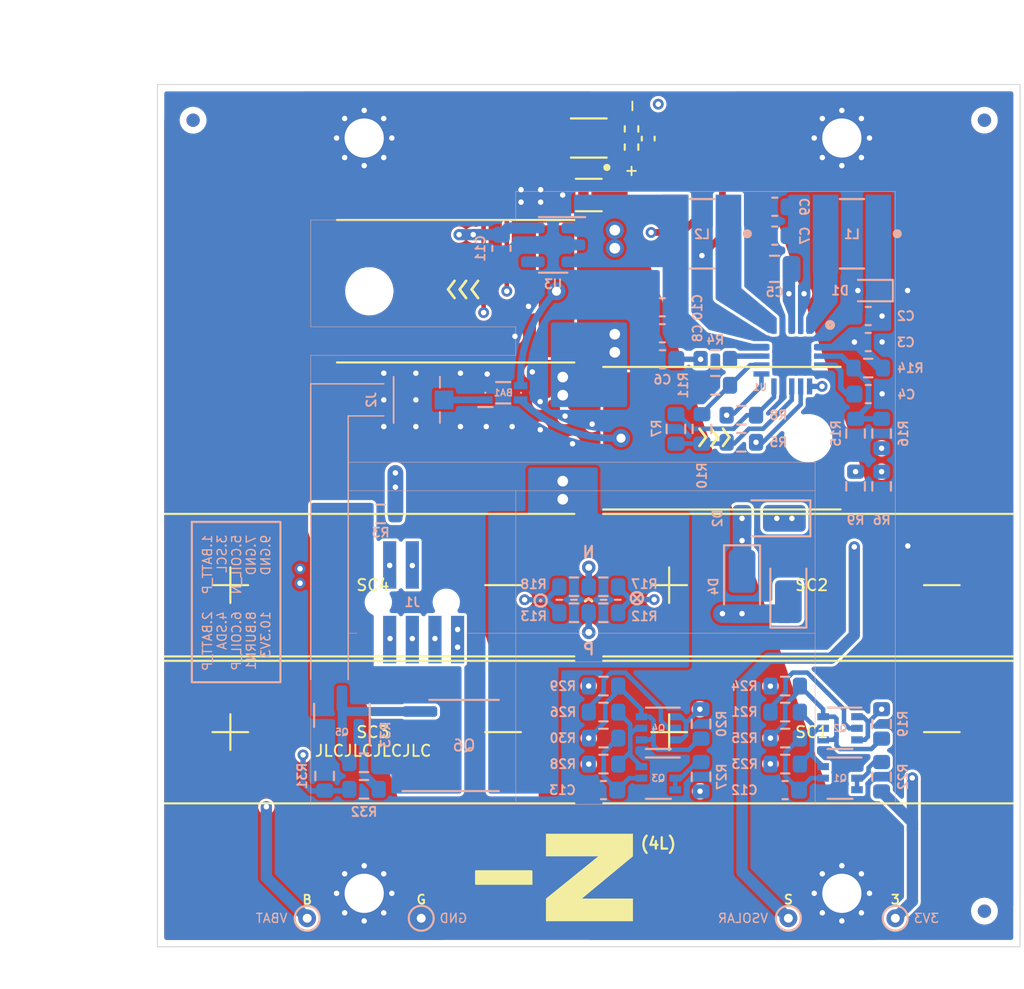
<source format=kicad_pcb>
(kicad_pcb (version 20221018) (generator pcbnew)
  (layers (0 "F.Cu" signal "Top") (1 "In1.Cu" signal) (2 "In2.Cu" signal) (31 "B.Cu" signal "Bottom") (34 "B.Paste" user) (35 "F.Paste" user) (36 "B.SilkS" user "B.Silkscreen") (37 "F.SilkS" user "F.Silkscreen") (38 "B.Mask" user) (39 "F.Mask" user) (44 "Edge.Cuts" user))
  (net 0 "")
  (net 1 "GND")
  (net 2 "+3V3")
  (net 3 "Net-(U1-VREF_SAMP)")
  (net 4 "Net-(U1-VSTOR)")
  (net 5 "VOUT_EN")
  (net 6 "VSOLAR")
  (net 7 "VBAT_OK")
  (net 8 "BATT_P")
  (net 9 "COIL_N")
  (net 10 "COIL_P")
  (net 11 "Net-(D3-K)")
  (net 12 "Net-(J2-ANT)")
  (net 13 "Net-(JP1-Pad2)")
  (net 14 "Net-(U1-LBOOST)")
  (net 15 "Net-(U1-LBUCK)")
  (net 16 "Net-(Q5-G)")
  (net 17 "Net-(Q5-D)")
  (net 18 "/coil")
  (net 19 "/VSOLAR_FULL")
  (net 20 "BURN1")
  (net 21 "Net-(U1-VBAT_OV)")
  (net 22 "Net-(U1-OK_HYST)")
  (net 23 "SDA")
  (net 24 "SCL")
  (net 25 "Net-(U1-OK_PROG)")
  (net 26 "Net-(U1-VOUT_SET)")
  (net 27 "Net-(U1-VOC_SAMP)")
  (net 28 "SCL_LS")
  (net 29 "Net-(Q1B-G1)")
  (net 30 "Net-(Q3B-G1)")
  (net 31 "Net-(Q1A-G2)")
  (net 32 "SDA_LS")
  (net 33 "Net-(Q1A-D1)")
  (net 34 "Net-(Q2A-B1)")
  (net 35 "VBAT")
  (net 36 "Net-(BA1-Pad3)")
  (net 37 "Net-(BA1-Pad4)")
  (net 38 "Net-(Q3A-G2)")
  (net 39 "/VBURN")
  (net 40 "Net-(Q3A-D1)")
  (net 41 "Net-(Q4A-B1)")
  (net 42 "Net-(U1-VRDIV)")
  (net 43 "Net-(U1-VOUT)")
  (net 44 "Net-(U2-ADDR)")
  (net 47 "Net-(JP2-Pad2)")
  (footprint "solarpanels:KXOB25-05X3F" (layer "F.Cu") (at 83.89 78.65)
    (fp_text reference "SC3")
    (fp_text value "SolarCell_Small")
  )
  (footprint "solarpanels:KXOB25-05X3F" (layer "F.Cu") (at 108.51 70.4)
    (fp_text reference "SC2")
    (fp_text value "SolarCell_Small")
  )
  (footprint "Capacitor_SMD:C_0402_1005Metric" (layer "F.Cu") (at 110.035797 45.33 -90)
    (fp_text reference "C1" hide)
    (fp_text value "0.1uF")
  )
  (footprint "Resistor_SMD:R_0402_1005Metric" (layer "F.Cu") (at 109.1 45.81 -90)
    (fp_text reference "R1" hide)
    (fp_text value "0R")
  )
  (footprint "Resistor_SMD:R_0402_1005Metric" (layer "F.Cu") (at 109.1 44.79 -90)
    (fp_text reference "R2" hide)
    (fp_text value "0R")
  )
  (footprint "solarpanels:MountingHole_2.2mm_M2_DIN965_Pad_TopBottom" (layer "F.Cu") (at 94.1 45.3)
    (fp_text reference "H2" hide)
    (fp_text value "MountingHole")
  )
  (footprint "solarpanels:KXOB25-05X3F" (layer "F.Cu") (at 108.51 78.65)
    (fp_text reference "SC1")
    (fp_text value "SolarCell_Small")
  )
  (footprint "custom-footprints:ypanel" (layer "F.Cu") (at 106.08 86.5632)
    (fp_text reference "Ref**" hide)
    (fp_text value "Val**" hide)
  )
  (footprint "solarpanels:KXOB25-05X3F" (layer "F.Cu") (at 83.89 70.4)
    (fp_text reference "SC4")
    (fp_text value "SolarCell_Small")
  )
  (footprint "Resistor_SMD:R_1206_3216Metric" (layer "F.Cu") (at 106.7 48.5 180)
    (fp_text reference "R34" hide)
    (fp_text value "1R")
  )
  (footprint "solarpanels:Burn-Wire" (layer "F.Cu") (at 105.24 62.15 180)
    (fp_text reference "JP1" hide)
    (fp_text value "BurnWire")
  )
  (footprint "solarpanels:MountingHole_2.2mm_M2_DIN965_Pad_TopBottom" (layer "F.Cu") (at 120.900012 87.700002)
    (fp_text reference "H4" hide)
    (fp_text value "MountingHole")
  )
  (footprint "solarpanels:Burn-Wire" (layer "F.Cu") (at 108.16 53.9 180)
    (fp_text reference "JP2" hide)
    (fp_text value "BurnWire")
  )
  (footprint "solarpanels:MountingHole_2.2mm_M2_DIN965_Pad_TopBottom" (layer "F.Cu") (at 94.09999 87.700002)
    (fp_text reference "H3" hide)
    (fp_text value "MountingHole")
  )
  (footprint "Fiducial:Fiducial_0.75mm_Mask1.5mm" (layer "F.Cu") (at 128.9 88.7)
    (fp_text reference "REF**" hide)
    (fp_text value "Fiducial_0.75mm_Mask1.5mm")
  )
  (footprint "solarpanels:Antenna Mount" (layer "F.Cu") (at 104.89 53.9 180)
    (fp_text reference "H6" hide)
    (fp_text value "MountingHole_Pad")
  )
  (footprint "Fiducial:Fiducial_0.75mm_Mask1.5mm" (layer "F.Cu") (at 128.9 44.3)
    (fp_text reference "REF**" hide)
    (fp_text value "Fiducial_0.75mm_Mask1.5mm")
  )
  (footprint "Fiducial:Fiducial_0.75mm_Mask1.5mm" (layer "F.Cu") (at 84.5 44.3)
    (fp_text reference "REF**" hide)
    (fp_text value "Fiducial_0.75mm_Mask1.5mm")
  )
  (footprint "solarpanels:Antenna Mount" (layer "F.Cu") (at 108.51 62.15)
    (fp_text reference "H5" hide)
    (fp_text value "MountingHole_Pad")
  )
  (footprint "solarpanels:OPT3001" (layer "F.Cu") (at 106.7 45.3 180)
    (fp_text reference "U2" hide)
    (fp_text value "OPT3001")
  )
  (footprint "solarpanels:MountingHole_2.2mm_M2_DIN965_Pad_TopBottom" (layer "F.Cu") (at 120.900012 45.300011)
    (fp_text reference "H1" hide)
    (fp_text value "MountingHole")
  )
  (footprint "Capacitor_SMD:C_0805_2012Metric" (layer "B.Cu") (at 117.125195 52.6436 180)
    (fp_text reference "C5")
    (fp_text value "100uF")
  )
  (footprint "Capacitor_SMD:C_0603_1608Metric" (layer "B.Cu") (at 117.135195 49.16 180)
    (fp_text reference "C9")
    (fp_text value "0.1uF")
  )
  (footprint "Capacitor_SMD:C_0603_1608Metric" (layer "B.Cu") (at 110.83 56.26 180)
    (fp_text reference "C8")
    (fp_text value "22uF")
  )
  (footprint "Capacitor_SMD:C_0603_1608Metric" (layer "B.Cu") (at 110.835 57.72 180)
    (fp_text reference "C6")
    (fp_text value "1uF")
  )
  (footprint "Capacitor_SMD:C_0603_1608Metric" (layer "B.Cu") (at 122.380195 59.6736)
    (fp_text reference "C4")
    (fp_text value "10nF")
  )
  (footprint "solarpanels:LPS4018" (layer "B.Cu") (at 113.057284 50.676056 180)
    (fp_text reference "L2")
    (fp_text value "10uH-LPS4018-103MR")
  )
  (footprint "Resistor_SMD:R_0603_1608Metric" (layer "B.Cu") (at 121.67 61.89 90)
    (fp_text reference "R15")
    (fp_text value "DNI (0R)")
  )
  (footprint "Resistor_SMD:R_0603_1608Metric" (layer "B.Cu") (at 121.67 64.855 90)
    (fp_text reference "R9")
    (fp_text value "4.53M")
  )
  (footprint "Resistor_SMD:R_0603_1608Metric" (layer "B.Cu") (at 113.8 59.18)
    (fp_text reference "R11")
    (fp_text value "4.75M")
  )
  (footprint "Resistor_SMD:R_0603_1608Metric" (layer "B.Cu") (at 111.59 61.63 -90)
    (fp_text reference "R7")
    (fp_text value "374K")
  )
  (footprint "Resistor_SMD:R_0603_1608Metric" (layer "B.Cu") (at 113.8 57.72 180)
    (fp_text reference "R4")
    (fp_text value "0R")
  )
  (footprint "Resistor_SMD:R_0603_1608Metric" (layer "B.Cu") (at 115.26 60.86)
    (fp_text reference "R8")
    (fp_text value "8.25M")
  )
  (footprint "Resistor_SMD:R_0603_1608Metric" (layer "B.Cu") (at 122.380195 58.2136)
    (fp_text reference "R14")
    (fp_text value "DNI (0R)")
  )
  (footprint "Resistor_SMD:R_0603_1608Metric" (layer "B.Cu") (at 113.05 61.63 -90)
    (fp_text reference "R10")
    (fp_text value "8.25M")
  )
  (footprint "solarpanels:QFN50P350X350X100-21N-D" (layer "B.Cu") (at 118.090195 57.5436 180)
    (fp_text reference "U1")
    (fp_text value "BQ25570RGRR" hide)
  )
  (footprint "solarpanels:LPS4018" (layer "B.Cu") (at 121.467284 50.676056 180)
    (fp_text reference "L1")
    (fp_text value "22uH-LPS4018-223MR")
  )
  (footprint "Resistor_SMD:R_0603_1608Metric" (layer "B.Cu") (at 123.13 61.89 90)
    (fp_text reference "R16")
    (fp_text value "0R")
  )
  (footprint "Resistor_SMD:R_0603_1608Metric" (layer "B.Cu") (at 115.26 62.38 180)
    (fp_text reference "R5")
    (fp_text value "7.32M")
  )
  (footprint "Capacitor_SMD:C_0603_1608Metric" (layer "B.Cu") (at 117.135195 50.78 180)
    (fp_text reference "C7")
    (fp_text value "4.7uF")
  )
  (footprint "Resistor_SMD:R_0603_1608Metric" (layer "B.Cu") (at 123.13 64.855 90)
    (fp_text reference "R6")
    (fp_text value "5.62M")
  )
  (footprint "Capacitor_SMD:C_0603_1608Metric" (layer "B.Cu") (at 122.380195 55.2936 180)
    (fp_text reference "C2")
    (fp_text value "0.1uF")
  )
  (footprint "Capacitor_SMD:C_0603_1608Metric" (layer "B.Cu") (at 122.380195 56.7536)
    (fp_text reference "C3")
    (fp_text value "4.7uF")
  )
  (footprint "TestPoint:TestPoint_THTPad_D1.0mm_Drill0.5mm" (layer "B.Cu") (at 97.3 89.1)
    (fp_text reference "TP2" hide)
    (fp_text value "TP")
  )
  (footprint "TestPoint:TestPoint_THTPad_D1.0mm_Drill0.5mm" (layer "B.Cu") (at 123.9 89.1)
    (fp_text reference "TP3" hide)
    (fp_text value "TP")
  )
  (footprint "TestPoint:TestPoint_THTPad_D1.0mm_Drill0.5mm" (layer "B.Cu") (at 90.9 89.1)
    (fp_text reference "TP4" hide)
    (fp_text value "TP")
  )
  (footprint "TestPoint:TestPoint_THTPad_D1.0mm_Drill0.5mm" (layer "B.Cu") (at 117.9 89.1)
    (fp_text reference "TP1" hide)
    (fp_text value "TP")
  )
  (footprint "Resistor_SMD:R_0603_1608Metric" (layer "B.Cu") (at 105.87 70.49)
    (fp_text reference "R18")
    (fp_text value "0R")
  )
  (footprint "Resistor_SMD:R_0603_1608Metric" (layer "B.Cu") (at 107.52 70.49)
    (fp_text reference "R17")
    (fp_text value "0R")
  )
  (footprint "Resistor_SMD:R_0603_1608Metric" (layer "B.Cu") (at 107.52 71.95)
    (fp_text reference "R12")
    (fp_text value "0R")
  )
  (footprint "Resistor_SMD:R_0603_1608Metric" (layer "B.Cu") (at 105.87 71.95)
    (fp_text reference "R13")
    (fp_text value "0R")
  )
  (footprint "Diode_SMD:D_SOD-523" (layer "B.Cu") (at 122.5 53.8636 180)
    (fp_text reference "D1")
    (fp_text value "SZMM5Z5V1T1G")
  )
  (footprint "Resistor_SMD:R_0603_1608Metric" (layer "B.Cu") (at 123.13 81.155 90)
    (fp_text reference "R22")
    (fp_text value "100K")
  )
  (footprint "Resistor_SMD:R_0603_1608Metric" (layer "B.Cu") (at 107.525 77.525)
    (fp_text reference "R26")
    (fp_text value "680R")
  )
  (footprint "Capacitor_SMD:C_0603_1608Metric" (layer "B.Cu") (at 101.8 51.5 -90)
    (fp_text reference "C11")
    (fp_text value "0.1uF")
  )
  (footprint "Fiducial:Fiducial_0.75mm_Mask1.5mm" (layer "B.Cu") (at 128.9 44.3 180)
    (fp_text reference "REF**" hide)
    (fp_text value "Fiducial_0.75mm_Mask1.5mm")
  )
  (footprint "Resistor_SMD:R_0603_1608Metric" (layer "B.Cu") (at 117.72 77.525)
    (fp_text reference "R21")
    (fp_text value "680R")
  )
  (footprint "Resistor_SMD:R_0603_1608Metric" (layer "B.Cu") (at 113 78.19 90)
    (fp_text reference "R20")
    (fp_text value "DNI (0R)")
  )
  (footprint "Capacitor_SMD:C_0603_1608Metric" (layer "B.Cu") (at 117.72 81.905 180)
    (fp_text reference "C12")
    (fp_text value "10nF")
  )
  (footprint "solarpanels:ATB2012" (layer "B.Cu") (at 101.9 59.6)
    (fp_text reference "BA1")
    (fp_text value "ATB2012-50011-T000")
  )
  (footprint "Resistor_SMD:R_0603_1608Metric" (layer "B.Cu") (at 113 81.155 90)
    (fp_text reference "R27")
    (fp_text value "100K")
  )
  (footprint "Resistor_SMD:R_0603_1608Metric" (layer "B.Cu") (at 91.88 81.11 90)
    (fp_text reference "R31")
    (fp_text value "10K")
  )
  (footprint "Resistor_SMD:R_0603_1608Metric" (layer "B.Cu") (at 123.13 78.19 90)
    (fp_text reference "R19")
    (fp_text value "DNI (0R)")
  )
  (footprint "Resistor_SMD:R_0603_1608Metric" (layer "B.Cu") (at 94.09 80.37)
    (fp_text reference "R33")
    (fp_text value "100K")
  )
  (footprint "Resistor_SMD:R_0603_1608Metric" (layer "B.Cu") (at 94.09 81.86 180)
    (fp_text reference "R32")
    (fp_text value "4.7K")
  )
  (footprint "Diode_SMD:D_PowerDI-123" (layer "B.Cu") (at 116.825 66.65 180)
    (fp_text reference "D2")
    (fp_text value "DFLS130L-7")
  )
  (footprint "Resistor_SMD:R_0603_1608Metric" (layer "B.Cu") (at 117.72 80.445)
    (fp_text reference "R23")
    (fp_text value "10K")
  )
  (footprint "Fiducial:Fiducial_0.75mm_Mask1.5mm" (layer "B.Cu") (at 128.9 88.7 180)
    (fp_text reference "REF**" hide)
    (fp_text value "Fiducial_0.75mm_Mask1.5mm")
  )
  (footprint "Fiducial:Fiducial_0.75mm_Mask1.5mm" (layer "B.Cu") (at 84.5 44.3 180)
    (fp_text reference "REF**" hide)
    (fp_text value "Fiducial_0.75mm_Mask1.5mm")
  )
  (footprint "Resistor_SMD:R_0603_1608Metric" (layer "B.Cu") (at 107.525 78.985)
    (fp_text reference "R30")
    (fp_text value "200K")
  )
  (footprint "Resistor_SMD:R_0603_1608Metric" (layer "B.Cu") (at 117.72 76.065)
    (fp_text reference "R24")
    (fp_text value "10K")
  )
  (footprint "Package_TO_SOT_SMD:SOT-363_SC-70-6" (layer "B.Cu") (at 110.605 81.235 180)
    (fp_text reference "Q3")
    (fp_text value "NX3008NBKS")
  )
  (footprint "custom-footprints:pycubed_mini_half" (layer "B.Cu") (at 106.8 44.6 180)
    (fp_text reference "Ref**" hide)
    (fp_text value "Val**" hide)
  )
  (footprint "Resistor_SMD:R_0603_1608Metric" (layer "B.Cu") (at 95.025 66.4)
    (fp_text reference "R3")
    (fp_text value "0R")
  )
  (footprint "Package_TO_SOT_SMD:SOT-23" (layer "B.Cu") (at 92.85 77.71 90)
    (fp_text reference "Q5")
    (fp_text value "IRLML2803")
  )
  (footprint "Resistor_SMD:R_0603_1608Metric" (layer "B.Cu") (at 117.72 78.985)
    (fp_text reference "R25")
    (fp_text value "200K")
  )
  (footprint "mainboard:U.FL-R-SMT-1" (layer "B.Cu") (at 97.05 60 -90)
    (fp_text reference "J2")
    (fp_text value "U.FL-R-SMT-1")
  )
  (footprint "Package_TO_SOT_SMD:SOT-363_SC-70-6" (layer "B.Cu") (at 120.8 78.435 180)
    (fp_text reference "Q2")
    (fp_text value "MBT2222ADW1T1")
  )
  (footprint "Resistor_SMD:R_0603_1608Metric" (layer "B.Cu") (at 107.525 76.065)
    (fp_text reference "R29")
    (fp_text value "10K")
  )
  (footprint "Package_TO_SOT_SMD:SOT-363_SC-70-6" (layer "B.Cu") (at 120.8 81.235 180)
    (fp_text reference "Q1")
    (fp_text value "NX3008NBKS")
  )
  (footprint "Package_TO_SOT_SMD:SOT-23-5" (layer "B.Cu") (at 104.7 51.3 180)
    (fp_text reference "U3")
    (fp_text value "MAX40200AUK")
  )
  (footprint "Package_SO:SOIC-8_3.9x4.9mm_P1.27mm" (layer "B.Cu") (at 99.7 79.4)
    (fp_text reference "Q6")
    (fp_text value "IRF7404")
  )
  (footprint "Package_TO_SOT_SMD:SOT-363_SC-70-6" (layer "B.Cu") (at 110.605 78.435 180)
    (fp_text reference "Q4")
    (fp_text value "MBT2222ADW1T1")
  )
  (footprint "Capacitor_SMD:C_0603_1608Metric" (layer "B.Cu") (at 107.525 81.905 180)
    (fp_text reference "C13")
    (fp_text value "10nF")
  )
  (footprint "Resistor_SMD:R_0603_1608Metric" (layer "B.Cu") (at 107.525 80.445)
    (fp_text reference "R28")
    (fp_text value "10K")
  )
  (footprint "Capacitor_SMD:C_0603_1608Metric" (layer "B.Cu") (at 110.83096 54.8 180)
    (fp_text reference "C10")
    (fp_text value "0.1uF")
  )
  (footprint "Diode_SMD:D_PowerDI-123" (layer "B.Cu") (at 115.3 70.475 -90)
    (fp_text reference "D4")
    (fp_text value "DFLS130L-7")
  )
  (footprint "solarpanels:SAMTEC-FTS-105-01-X-DV-A" (layer "B.Cu") (at 96.8 71.36 180)
    (fp_text reference "J1")
    (fp_text value "FTS-105-01-X-DV-A")
  )
  (footprint "Diode_SMD:D_PowerDI-123" (layer "B.Cu") (at 117.9 70.475 90)
    (fp_text reference "D3" hide)
    (fp_text value "DFLS130L-7")
  )
  (gr_line (start 106.02875 71.22) (end 105.71125 71.22) (stroke (width 0.12)) (layer "B.SilkS"))
  (gr_line (start 106.53125 71.2) (end 106.84875 71.2) (stroke (width 0.12)) (layer "B.SilkS"))
  (gr_line (start 107.37125 71.22) (end 107.68875 71.22) (stroke (width 0.12)) (layer "B.SilkS"))
  (gr_line (start 104.89125 71.22) (end 105.20875 71.22) (stroke (width 0.12)) (layer "B.SilkS"))
  (gr_line (start 108.48875 71.22) (end 108.17125 71.22) (stroke (width 0.12)) (layer "B.SilkS"))
  (gr_line (start 93.2 65.05) (end 93.2 60.9) (stroke (width 0.0762)) (layer "B.SilkS"))
  (gr_line (start 91.1 82.7) (end 91.1 65.1) (stroke (width 0.0254)) (layer "B.SilkS"))
  (gr_line (start 93.7 74.7) (end 93.2 74.7) (stroke (width 0.0254)) (layer "B.SilkS"))
  (gr_line (start 99.9 73.1) (end 119.4 73.1) (stroke (width 0.0254)) (layer "B.SilkS"))
  (gr_line (start 91.1 71.99) (end 91.1 75.7) (stroke (width 0.0762)) (layer "B.SilkS"))
  (gr_line (start 102.6 55.9) (end 91.1 55.9) (stroke (width 0.0254)) (layer "B.SilkS"))
  (gr_line (start 91.1 59.1) (end 95.2 59.1) (stroke (width 0.0762)) (layer "B.SilkS"))
  (gr_line (start 101.1 63.5) (end 119.4 63.5) (stroke (width 0.0254)) (layer "B.SilkS"))
  (gr_line (start 99.9 74.7) (end 119.4 74.7) (stroke (width 0.0254)) (layer "B.SilkS"))
  (gr_rect (start 84.43 66.85) (end 89.4 75.85) (stroke (width 0.12)) (fill none) (layer "B.SilkS"))
  (gr_line (start 93.2 60.9) (end 95.2 60.9) (stroke (width 0.0762)) (layer "B.SilkS"))
  (gr_line (start 91.1 57.5) (end 102.6 57.5) (stroke (width 0.0254)) (layer "B.SilkS"))
  (gr_line (start 119.4 63.5) (end 119.4 82.7) (stroke (width 0.0254)) (layer "B.SilkS"))
  (gr_line (start 101.1 63.5) (end 93.2 63.5) (stroke (width 0.0254)) (layer "B.SilkS"))
  (gr_line (start 93.7 73.1) (end 93.2 73.1) (stroke (width 0.0254)) (layer "B.SilkS"))
  (gr_line (start 123.9 48.3) (end 123.9 82.7) (stroke (width 0.0254)) (layer "B.SilkS"))
  (gr_line (start 93.2 65.05) (end 93.2 71.94) (stroke (width 0.0762)) (layer "B.SilkS"))
  (gr_line (start 102.6 48.3) (end 123.9 48.3) (stroke (width 0.0254)) (layer "B.SilkS"))
  (gr_line (start 91.1 65.1) (end 91.1 59.1) (stroke (width 0.0762)) (layer "B.SilkS"))
  (gr_line (start 123.9 82.7) (end 91.1 82.7) (stroke (width 0.0254)) (layer "B.SilkS"))
  (gr_line (start 91.1 55.9) (end 91.1 49.9) (stroke (width 0.0254)) (layer "B.SilkS"))
  (gr_line (start 91.1 49.9) (end 102.6 49.9) (stroke (width 0.0254)) (layer "B.SilkS"))
  (gr_line (start 102.6 55.9) (end 102.6 57.5) (stroke (width 0.0254)) (layer "B.SilkS"))
  (gr_line (start 91.1 63.5) (end 91.1 57.5) (stroke (width 0.0254)) (layer "B.SilkS"))
  (gr_line (start 102.6 49.9) (end 102.6 48.3) (stroke (width 0.0254)) (layer "B.SilkS"))
  (gr_line (start 93.2 71.95) (end 93.2 75.7) (stroke (width 0.0762)) (layer "B.SilkS"))
  (gr_line (start 102.61 82.7) (end 102.61 65.1) (stroke (width 0.0254)) (layer "B.SilkS"))
  (gr_line (start 93.2 65.1) (end 119.4 65.1) (stroke (width 0.0254)) (layer "B.SilkS"))
  (gr_line (start 91.1 65.1) (end 91.1 71.99) (stroke (width 0.0762)) (layer "B.SilkS"))
  (gr_line (start 82.5 90.7) (end 82.5 42.3) (stroke (width 0.05)) (layer "Edge.Cuts"))
  (gr_line (start 82.5 42.3) (end 130.9 42.3) (stroke (width 0.05)) (layer "Edge.Cuts"))
  (gr_line (start 82.5 90.7) (end 130.9 90.7) (stroke (width 0.05)) (layer "Edge.Cuts"))
  (gr_line (start 130.9 42.3) (end 130.9 90.7) (stroke (width 0.05)) (layer "Edge.Cuts"))
  (gr_text "GND" (at 99.93 89.1) (layer "B.SilkS") (effects (font (size 0.508 0.508) (thickness 0.0762)) (justify left mirror)))
  (gr_text "VSOLAR" (at 116.81 89.1) (layer "B.SilkS") (effects (font (size 0.508 0.508) (thickness 0.0762)) (justify left mirror)))
  (gr_text "VBAT" (at 89.84 89.1) (layer "B.SilkS") (effects (font (size 0.508 0.508) (thickness 0.0762)) (justify left mirror)))
  (gr_text "3V3" (at 126.4 89.1) (layer "B.SilkS") (effects (font (size 0.508 0.508) (thickness 0.0762)) (justify left mirror)))
  (gr_text "P" (at 106.69 74) (layer "B.SilkS") (effects (font (size 0.635 0.635) (thickness 0.127)) (justify mirror)))
  (gr_text "N" (at 106.69 68.49 180) (layer "B.SilkS") (effects (font (size 0.635 0.635) (thickness 0.127)) (justify mirror)))
  (gr_text "2.BATT_P\n4.SDA\n6.COIL_P\n8.BURN1\n10.3V3" (at 86.94 71.825 90) (layer "B.SilkS") (effects (font (size 0.508 0.508) (thickness 0.0762)) (justify left mirror)))
  (gr_text "⊗" (at 109.4 71.2 180) (layer "B.SilkS") (effects (font (size 0.889 0.889) (thickness 0.127)) (justify mirror)))
  (gr_text "1.BATT_P\n3.SCL\n5.COIL_N\n7.GND\n9.GND" (at 86.94 67.525 90) (layer "B.SilkS") (effects (font (size 0.508 0.508) (thickness 0.0762)) (justify left mirror)))
  (gr_text "⊙" (at 104 71.2) (layer "B.SilkS") (effects (font (size 0.889 0.889) (thickness 0.127)) (justify mirror)))
  (gr_text "+" (at 109.1 47.1) (layer "F.SilkS") (effects (font (size 0.635 0.635) (thickness 0.1016))))
  (gr_text "^" (at 113.1 62.1 270) (layer "F.SilkS") (effects (font (size 2.54 2.54))))
  (gr_text "(4L)" (at 110.6 84.9) (layer "F.SilkS") (effects (font (size 0.635 0.635) (thickness 0.127))))
  (gr_text "^" (at 111.78 62.1 270) (layer "F.SilkS") (effects (font (size 2.54 2.54))))
  (gr_text "^" (at 112.45 62.1 270) (layer "F.SilkS") (effects (font (size 2.54 2.54))))
  (gr_text "G" (at 97.3 88.05) (layer "F.SilkS") (effects (font (size 0.508 0.508) (thickness 0.1016))))
  (gr_text "JLCJLCJLCJLC" (at 94.6 79.7) (layer "F.SilkS") (effects (font (size 0.635 0.635) (thickness 0.1016))))
  (gr_text "3" (at 123.9 88.05) (layer "F.SilkS") (effects (font (size 0.508 0.508) (thickness 0.1016))))
  (gr_text "-" (at 109.1 43.5 90) (layer "F.SilkS") (effects (font (size 0.635 0.635) (thickness 0.1016))))
  (gr_text "B" (at 90.9 88.06) (layer "F.SilkS") (effects (font (size 0.508 0.508) (thickness 0.1016))))
  (gr_text "^" (at 100.95 53.8 90) (layer "F.SilkS") (effects (font (size 2.54 2.54))))
  (gr_text "^" (at 100.3 53.8 90) (layer "F.SilkS") (effects (font (size 2.54 2.54))))
  (gr_text "S" (at 117.9 88.05) (layer "F.SilkS") (effects (font (size 0.508 0.508) (thickness 0.1016))))
  (gr_text "^" (at 101.62 53.8 90) (layer "F.SilkS") (effects (font (size 2.54 2.54))))
  (gr_text "^" (at 106.69 71.75) (layer "F.SilkS") (effects (font (size 1 1))))
  (segment (start 114.2 50.75) (end 114.2 46.4) (width 0.381) (layer "F.Cu") (net 1))
  (segment (start 108.3 44.65) (end 107.35 44.65) (width 0.381) (layer "F.Cu") (net 1))
  (segment (start 113.05 51.9) (end 114.2 50.75) (width 0.381) (layer "F.Cu") (net 1))
  (segment (start 112.45 44.65) (end 108.3 44.65) (width 0.381) (layer "F.Cu") (net 1))
  (segment (start 107.695 44.65) (end 108.3 44.65) (width 0.381) (layer "F.Cu") (net 1))
  (segment (start 114.2 46.4) (end 112.45 44.65) (width 0.381) (layer "F.Cu") (net 1))
  (segment (start 107.35 44.65) (end 106.7 45.3) (width 0.381) (layer "F.Cu") (net 1))
  (via (at 102.9 48.9) (size 0.6096) (drill 0.3048) (layers "F.Cu" "B.Cu") (net 1))
  (via (at 113.05 51.9) (size 0.6096) (drill 0.3048) (layers "F.Cu" "B.Cu") (net 1))
  (via (at 104 48.201689) (size 0.6096) (drill 0.3048) (layers "F.Cu" "B.Cu") (net 1))
  (via (at 103.980099 61.676133) (size 0.6096) (drill 0.3048) (layers "F.Cu" "B.Cu") (net 1))
  (via (at 121.8 53.8636) (size 0.6096) (drill 0.3048) (layers "F.Cu" "B.Cu") (net 1))
  (via (at 103.97 60.1) (size 0.6096) (drill 0.3048) (layers "F.Cu" "B.Cu") (net 1))
  (via (at 99.5 61.5) (size 0.6096) (drill 0.3048) (layers "F.Cu" "B.Cu") (net 1))
  (via (at 101 58.55) (size 0.6096) (drill 0.3048) (layers "F.Cu" "B.Cu") (net 1))
  (via (at 102.56 56.43) (size 0.6096) (drill 0.3048) (layers "F.Cu" "B.Cu") (net 1))
  (via (at 105.787905 62.463314) (size 0.6096) (drill 0.3048) (layers "F.Cu" "B.Cu") (net 1))
  (via (at 105.2375 48.5) (size 0.6096) (drill 0.3048) (layers "F.Cu" "B.Cu") (net 1))
  (via (at 102.9 48.201689) (size 0.6096) (drill 0.3048) (layers "F.Cu" "B.Cu") (net 1))
  (via (at 95.2 58.5) (size 0.6096) (drill 0.3048) (layers "F.Cu" "B.Cu") (net 1))
  (via (at 102.4 61.5) (size 0.6096) (drill 0.3048) (layers "F.Cu" "B.Cu") (net 1))
  (via (at 105.37 60.91) (size 0.6096) (drill 0.3048) (layers "F.Cu" "B.Cu") (net 1))
  (via (at 100.95 61.5) (size 0.6096) (drill 0.3048) (layers "F.Cu" "B.Cu") (net 1))
  (via (at 123.16 59.66) (size 0.6096) (drill 0.3048) (layers "F.Cu" "B.Cu") (net 1))
  (via (at 99.5 58.5) (size 0.6096) (drill 0.3048) (layers "F.Cu" "B.Cu") (net 1))
  (via (at 103.531799 58.429759) (size 0.6096) (drill 0.3048) (layers "F.Cu" "B.Cu") (net 1))
  (via (at 124.6 68.2) (size 0.6096) (drill 0.3048) (layers "F.Cu" "B.Cu") (net 1))
  (via (at 124.59 53.86) (size 0.6096) (drill 0.3048) (layers "F.Cu" "B.Cu") (net 1))
  (via (at 97 60) (size 0.6096) (drill 0.3048) (layers "F.Cu" "B.Cu") (net 1))
  (via (at 95.2 60) (size 0.6096) (drill 0.3048) (layers "F.Cu" "B.Cu") (net 1))
  (via (at 97 61.5) (size 0.6096) (drill 0.3048) (layers "F.Cu" "B.Cu") (net 1))
  (via (at 95.2 61.5) (size 0.6096) (drill 0.3048) (layers "F.Cu" "B.Cu") (net 1))
  (via (at 103.32 54.75) (size 0.6096) (drill 0.3048) (layers "F.Cu" "B.Cu") (net 1))
  (via (at 97 58.5) (size 0.6096) (drill 0.3048) (layers "F.Cu" "B.Cu") (net 1))
  (via (at 104 48.9) (size 0.6096) (drill 0.3048) (layers "F.Cu" "B.Cu") (net 1))
  (via (at 106.89 61.36) (size 0.6096) (drill 0.3048) (layers "F.Cu" "B.Cu") (net 1))
  (via (at 123.16 56.75) (size 0.6096) (drill 0.3048) (layers "F.Cu" "B.Cu") (net 1))
  (segment (start 112.9 46.975) (end 111.875 45.95) (width 0.381) (layer "F.Cu") (net 2))
  (segment (start 107.695 45.95) (end 109 45.95) (width 0.381) (layer "F.Cu") (net 2))
  (segment (start 109 45.95) (end 109.895797 45.95) (width 0.381) (layer "F.Cu") (net 2))
  (segment (start 110.2 50.6) (end 111.95 50.6) (width 0.381) (layer "F.Cu") (net 2))
  (segment (start 111.875 45.95) (end 109 45.95) (width 0.381) (layer "F.Cu") (net 2))
  (segment (start 112.9 49.65) (end 112.9 46.975) (width 0.381) (layer "F.Cu") (net 2))
  (segment (start 111.95 50.6) (end 112.9 49.65) (width 0.381) (layer "F.Cu") (net 2))
  (via (at 99.34 72.89) (size 0.6096) (drill 0.3048) (layers "F.Cu" "B.Cu") (net 2))
  (via (at 99.425 50.725) (size 0.6096) (drill 0.3048) (layers "F.Cu" "B.Cu") (net 2))
  (via (at 106.7 80.445) (size 0.6096) (drill 0.3048) (layers "F.Cu" "B.Cu") (net 2))
  (via (at 100.2163 50.725) (size 0.6096) (drill 0.3048) (layers "F.Cu" "B.Cu") (net 2))
  (via (at 124.85 81.22) (size 0.6096) (drill 0.3048) (layers "F.Cu" "B.Cu") (net 2))
  (via (at 99.34 73.88) (size 0.6096) (drill 0.3048) (layers "F.Cu" "B.Cu") (net 2))
  (via (at 112.945 81.97) (size 0.6096) (drill 0.3048) (layers "F.Cu" "B.Cu") (net 2))
  (via (at 116.89 76.07) (size 0.6096) (drill 0.3048) (layers "F.Cu" "B.Cu") (net 2))
  (via (at 106.695 76.06) (size 0.6096) (drill 0.3048) (layers "F.Cu" "B.Cu") (net 2))
  (via (at 110.2 50.6) (size 0.6096) (drill 0.3048) (layers "F.Cu" "B.Cu") (net 2))
  (via (at 116.89 80.43) (size 0.6096) (drill 0.3048) (layers "F.Cu" "B.Cu") (net 2))
  (segment (start 124.86 81.23) (end 124.86 84.11) (width 0.635) (layer "B.Cu") (net 2))
  (segment (start 103.5625 50.35) (end 102.175 50.35) (width 0.635) (layer "B.Cu") (net 2))
  (segment (start 124.86 88.14) (end 123.9 89.1) (width 0.635) (layer "B.Cu") (net 2))
  (segment (start 123.13 81.98) (end 124.86 83.71) (width 0.635) (layer "B.Cu") (net 2))
  (segment (start 100.8 50.725) (end 101.8 50.725) (width 0.635) (layer "B.Cu") (net 2))
  (segment (start 99.425 50.725) (end 100.8 50.725) (width 0.635) (layer "B.Cu") (net 2))
  (segment (start 124.86 84.11) (end 124.86 88.14) (width 0.635) (layer "B.Cu") (net 2))
  (segment (start 124.86 83.71) (end 124.86 84.11) (width 0.635) (layer "B.Cu") (net 2))
  (segment (start 100.2163 50.725) (end 100.8 50.725) (width 0.635) (layer "B.Cu") (net 2))
  (segment (start 102.175 50.35) (end 101.8 50.725) (width 0.635) (layer "B.Cu") (net 2))
  (segment (start 124.85 81.22) (end 124.86 81.23) (width 0.635) (layer "B.Cu") (net 2))
  (segment (start 120.5136 58.0436) (end 120.84 58.37) (width 0.3048) (layer "B.Cu") (net 3))
  (segment (start 120.84 59.34) (end 121.1736 59.6736) (width 0.3048) (layer "B.Cu") (net 3))
  (segment (start 120.84 58.37) (end 120.84 59.34) (width 0.3048) (layer "B.Cu") (net 3))
  (segment (start 121.1736 59.6736) (end 121.605195 59.6736) (width 0.3048) (layer "B.Cu") (net 3))
  (segment (start 119.790195 58.0436) (end 120.5136 58.0436) (width 0.3048) (layer "B.Cu") (net 3))
  (via (at 118.78 54.04) (size 0.6096) (drill 0.3048) (layers "F.Cu" "B.Cu") (net 4))
  (via (at 123.13 62.715) (size 0.6096) (drill 0.3048) (layers "F.Cu" "B.Cu") (net 4))
  (via (at 119.79 59.24) (size 0.6096) (drill 0.3048) (layers "F.Cu" "B.Cu") (net 5))
  (via (at 112.975 57.72) (size 0.6096) (drill 0.3048) (layers "F.Cu" "B.Cu") (net 5))
  (segment (start 119.79 59.24) (end 119.7864 59.2436) (width 0.3048) (layer "B.Cu") (net 5))
  (segment (start 112.975 57.72) (end 111.61 57.72) (width 0.3048) (layer "B.Cu") (net 5))
  (segment (start 119.7864 59.2436) (end 119.090195 59.2436) (width 0.3048) (layer "B.Cu") (net 5))
  (via (at 123.155195 55.2936) (size 0.6096) (drill 0.3048) (layers "F.Cu" "B.Cu") (net 6))
  (via (at 117.25 66.65) (size 0.6096) (drill 0.3048) (layers "F.Cu" "B.Cu") (net 6))
  (via (at 121.6 68.25) (size 0.6096) (drill 0.3048) (layers "F.Cu" "B.Cu") (net 6))
  (via (at 118.1 66.65) (size 0.6096) (drill 0.3048) (layers "F.Cu" "B.Cu") (net 6))
  (via (at 121.605195 56.7536) (size 0.6096) (drill 0.3048) (layers "F.Cu" "B.Cu") (net 6))
  (segment (start 116.8 74.5) (end 120.3 74.5) (width 0.635) (layer "B.Cu") (net 6))
  (segment (start 120.3 74.5) (end 121.6 73.2) (width 0.635) (layer "B.Cu") (net 6))
  (segment (start 123.1136 58.2136) (end 123.205195 58.2136) (width 0.635) (layer "B.Cu") (net 6))
  (segment (start 121.6 73.2) (end 121.6 68.25) (width 0.635) (layer "B.Cu") (net 6))
  (segment (start 121.6536 56.7536) (end 123.1136 58.2136) (width 0.635) (layer "B.Cu") (net 6))
  (segment (start 117.9 89.1) (end 115.3 86.5) (width 0.635) (layer "B.Cu") (net 6))
  (segment (start 115.3 86.5) (end 115.3 76) (width 0.635) (layer "B.Cu") (net 6))
  (segment (start 115.3 76) (end 116.8 74.5) (width 0.635) (layer "B.Cu") (net 6))
  (segment (start 116.390195 57.5436) (end 114.8014 57.5436) (width 0.3048) (layer "B.Cu") (net 7))
  (via (at 106.7 69.4) (size 0.762) (drill 0.381) (layers "F.Cu" "B.Cu") (net 9))
  (via (at 96.8 69.3) (size 0.6096) (drill 0.3048) (layers "F.Cu" "B.Cu") (net 9))
  (segment (start 106.7 70.485) (end 106.695 70.49) (width 0.381) (layer "B.Cu") (net 9))
  (segment (start 106.7 69.4) (end 106.7 70.485) (width 0.381) (layer "B.Cu") (net 9))
  (via (at 106.7 73.05) (size 0.762) (drill 0.381) (layers "F.Cu" "B.Cu") (net 10))
  (via (at 96.8 73.4) (size 0.6096) (drill 0.3048) (layers "F.Cu" "B.Cu") (net 10))
  (segment (start 106.7 71.955) (end 106.695 71.95) (width 0.381) (layer "B.Cu") (net 10))
  (segment (start 106.7 73.05) (end 106.7 71.955) (width 0.381) (layer "B.Cu") (net 10))
  (via (at 115.3 72) (size 0.6096) (drill 0.3048) (layers "F.Cu" "B.Cu") (net 11))
  (via (at 114.2 72) (size 0.6096) (drill 0.3048) (layers "F.Cu" "B.Cu") (net 11))
  (segment (start 115.3 72) (end 114.2 72) (width 1.0414) (layer "B.Cu") (net 11))
  (segment (start 115.3 72) (end 117.9 72) (width 1.0414) (layer "B.Cu") (net 11))
  (segment (start 117.9 72) (end 117.9 71.325) (width 0.254) (layer "B.Cu") (net 11))
  (segment (start 100.925 60) (end 98.575 60) (width 0.381) (layer "B.Cu") (net 12))
  (segment (start 93.82 78.6475) (end 94.0714 78.8989) (width 0.508) (layer "B.Cu") (net 16))
  (segment (start 94.0714 81.0264) (end 94.915 81.87) (width 0.508) (layer "B.Cu") (net 16))
  (segment (start 94.0714 78.8989) (end 94.0714 81.0264) (width 0.508) (layer "B.Cu") (net 16))
  (segment (start 92.87 79.995) (end 92.87 76.7725) (width 0.508) (layer "B.Cu") (net 17))
  (segment (start 92.895 77.495) (end 97.0838 77.495) (width 0.508) (layer "B.Cu") (net 17))
  (segment (start 93.265 80.39) (end 92.87 79.995) (width 0.508) (layer "B.Cu") (net 17))
  (segment (start 92.87 76.7725) (end 92.87 77.47) (width 0.508) (layer "B.Cu") (net 17))
  (segment (start 92.87 77.47) (end 92.895 77.495) (width 0.508) (layer "B.Cu") (net 17))
  (via (at 110.6 43.4) (size 0.6096) (drill 0.3048) (layers "F.Cu" "B.Cu") (net 18))
  (via (at 110.37 71.21) (size 0.6096) (drill 0.3048) (layers "F.Cu" "B.Cu") (net 18))
  (via (at 103.1 71.22) (size 0.6096) (drill 0.3048) (layers "F.Cu" "B.Cu") (net 18))
  (segment (start 104.315 71.22) (end 105.045 70.49) (width 0.3048) (layer "B.Cu") (net 18))
  (segment (start 108.345 71.93) (end 109.065 71.21) (width 0.3048) (layer "B.Cu") (net 18))
  (segment (start 110.37 71.21) (end 109.065 71.21) (width 0.3048) (layer "B.Cu") (net 18))
  (segment (start 105.045 71.95) (end 104.315 71.22) (width 0.3048) (layer "B.Cu") (net 18))
  (segment (start 109.065 71.21) (end 108.345 70.49) (width 0.3048) (layer "B.Cu") (net 18))
  (segment (start 103.1 71.22) (end 104.315 71.22) (width 0.3048) (layer "B.Cu") (net 18))
  (via (at 90.5 70.29) (size 0.6096) (drill 0.3048) (layers "F.Cu" "B.Cu") (net 19))
  (via (at 115.3 66.65) (size 0.6096) (drill 0.3048) (layers "F.Cu" "B.Cu") (net 19))
  (via (at 90.5 69.48) (size 0.6096) (drill 0.3048) (layers "F.Cu" "B.Cu") (net 19))
  (via (at 115.3 67.9) (size 0.6096) (drill 0.3048) (layers "F.Cu" "B.Cu") (net 19))
  (segment (start 115.3 69.625) (end 115.3 66.65) (width 1.0414) (layer "B.Cu") (net 19))
  (via (at 90.67 79.93) (size 0.6096) (drill 0.3048) (layers "F.Cu" "B.Cu") (net 20))
  (via (at 98.07 73.4) (size 0.6096) (drill 0.3048) (layers "F.Cu" "B.Cu") (net 20))
  (segment (start 91.88 81.945) (end 93.19 81.945) (width 0.3048) (layer "B.Cu") (net 20))
  (segment (start 91.115 81.945) (end 91.88 81.945) (width 0.3048) (layer "B.Cu") (net 20))
  (segment (start 90.67 79.93) (end 90.67 81.5) (width 0.3048) (layer "B.Cu") (net 20))
  (segment (start 90.67 81.5) (end 91.115 81.945) (width 0.3048) (layer "B.Cu") (net 20))
  (via (at 123.13 64.03) (size 0.6096) (drill 0.3048) (layers "F.Cu" "B.Cu") (net 21))
  (via (at 116.085 62.38) (size 0.6096) (drill 0.3048) (layers "F.Cu" "B.Cu") (net 21))
  (segment (start 118.590195 60.259805) (end 118.590195 59.2436) (width 0.254) (layer "B.Cu") (net 21))
  (segment (start 116.085 62.49) (end 116.36 62.49) (width 0.254) (layer "B.Cu") (net 21))
  (segment (start 116.36 62.49) (end 118.590195 60.259805) (width 0.254) (layer "B.Cu") (net 21))
  (segment (start 115.58 60.86) (end 115.1144 61.3256) (width 0.254) (layer "B.Cu") (net 22))
  (segment (start 115.1144 61.3256) (end 115.1144 61.333574) (width 0.254) (layer "B.Cu") (net 22))
  (segment (start 116.085 60.86) (end 115.58 60.86) (width 0.254) (layer "B.Cu") (net 22))
  (segment (start 117.090195 59.854805) (end 116.085 60.86) (width 0.254) (layer "B.Cu") (net 22))
  (segment (start 112.525 61.62) (end 111.59 60.685) (width 0.254) (layer "B.Cu") (net 22))
  (segment (start 117.090195 59.2436) (end 117.090195 59.854805) (width 0.254) (layer "B.Cu") (net 22))
  (segment (start 114.827974 61.62) (end 112.525 61.62) (width 0.254) (layer "B.Cu") (net 22))
  (segment (start 115.1144 61.333574) (end 114.827974 61.62) (width 0.254) (layer "B.Cu") (net 22))
  (via (at 95.55 73.4) (size 0.6096) (drill 0.3048) (layers "F.Cu" "B.Cu") (net 23))
  (via (at 112.935 77.365) (size 0.6096) (drill 0.3048) (layers "F.Cu" "B.Cu") (net 23))
  (segment (start 111.89 79.085) (end 111.555 79.085) (width 0.254) (layer "B.Cu") (net 23))
  (segment (start 111.87 77.785) (end 112.1594 78.0744) (width 0.254) (layer "B.Cu") (net 23))
  (segment (start 112.1594 78.7344) (end 112.1594 78.1406) (width 0.254) (layer "B.Cu") (net 23))
  (segment (start 111.555 77.785) (end 111.87 77.785) (width 0.254) (layer "B.Cu") (net 23))
  (segment (start 112.1594 78.8156) (end 111.89 79.085) (width 0.254) (layer "B.Cu") (net 23))
  (segment (start 112.1594 78.0744) (end 112.1594 78.7344) (width 0.254) (layer "B.Cu") (net 23))
  (segment (start 112.1594 78.7344) (end 112.1594 78.8156) (width 0.254) (layer "B.Cu") (net 23))
  (segment (start 112.1594 78.1406) (end 112.935 77.365) (width 0.254) (layer "B.Cu") (net 23))
  (via (at 95.5294 69.2912) (size 0.6096) (drill 0.3048) (layers "F.Cu" "B.Cu") (net 24))
  (via (at 123.13 77.365) (size 0.6096) (drill 0.3048) (layers "F.Cu" "B.Cu") (net 24))
  (segment (start 122.085 77.785) (end 122.36 78.06) (width 0.254) (layer "B.Cu") (net 24))
  (segment (start 122.36 78.135) (end 123.13 77.365) (width 0.254) (layer "B.Cu") (net 24))
  (segment (start 122.36 78.9088) (end 122.1838 79.085) (width 0.254) (layer "B.Cu") (net 24))
  (segment (start 122.1838 79.085) (end 121.75 79.085) (width 0.254) (layer "B.Cu") (net 24))
  (segment (start 122.36 78.66) (end 122.36 78.135) (width 0.254) (layer "B.Cu") (net 24))
  (segment (start 122.36 78.66) (end 122.36 78.9088) (width 0.254) (layer "B.Cu") (net 24))
  (segment (start 121.75 77.785) (end 122.085 77.785) (width 0.254) (layer "B.Cu") (net 24))
  (segment (start 122.36 78.06) (end 122.36 78.66) (width 0.254) (layer "B.Cu") (net 24))
  (via (at 114.435 60.86) (size 0.6096) (drill 0.3048) (layers "F.Cu" "B.Cu") (net 25))
  (via (at 121.67 64.03) (size 0.6096) (drill 0.3048) (layers "F.Cu" "B.Cu") (net 25))
  (segment (start 116.390195 59.219805) (end 114.85 60.76) (width 0.254) (layer "B.Cu") (net 25))
  (segment (start 114.85 60.76) (end 114.435 60.76) (width 0.254) (layer "B.Cu") (net 25))
  (segment (start 116.390195 58.5436) (end 116.390195 59.219805) (width 0.254) (layer "B.Cu") (net 25))
  (segment (start 113.12 60.685) (end 113.05 60.685) (width 0.254) (layer "B.Cu") (net 26))
  (segment (start 116.390195 58.0436) (end 115.7614 58.0436) (width 0.254) (layer "B.Cu") (net 26))
  (segment (start 115.7614 58.0436) (end 113.12 60.685) (width 0.254) (layer "B.Cu") (net 26))
  (segment (start 120.885195 57.5436) (end 121.555195 58.2136) (width 0.3048) (layer "B.Cu") (net 27))
  (segment (start 122.39 60.345) (end 121.67 61.065) (width 0.3048) (layer "B.Cu") (net 27))
  (segment (start 121.555195 58.2136) (end 122.39 59.048405) (width 0.3048) (layer "B.Cu") (net 27))
  (segment (start 121.67 61.065) (end 123.13 61.065) (width 0.3048) (layer "B.Cu") (net 27))
  (segment (start 122.39 59.048405) (end 122.39 60.345) (width 0.3048) (layer "B.Cu") (net 27))
  (segment (start 119.790195 57.5436) (end 120.885195 57.5436) (width 0.3048) (layer "B.Cu") (net 27))
  (segment (start 100.8 46.4) (end 102.55 44.65) (width 0.254) (layer "F.Cu") (net 28))
  (segment (start 102.55 44.65) (end 105.705 44.65) (width 0.254) (layer "F.Cu") (net 28))
  (segment (start 100.8 55.1) (end 100.8 46.4) (width 0.254) (layer "F.Cu") (net 28))
  (via (at 100.8 55.1) (size 0.6096) (drill 0.3048) (layers "F.Cu" "B.Cu") (net 28))
  (via (at 116.895 78.985) (size 0.6096) (drill 0.3048) (layers "F.Cu" "B.Cu") (net 28))
  (segment (start 120.6 77.9) (end 120.6 78.5) (width 0.254) (layer "B.Cu") (net 28))
  (segment (start 119.85 77.785) (end 120.485 77.785) (width 0.254) (layer "B.Cu") (net 28))
  (segment (start 120.6 78.5) (end 120.6 79.4) (width 0.254) (layer "B.Cu") (net 28))
  (segment (start 120.8 79.6) (end 122.555 79.6) (width 0.254) (layer "B.Cu") (net 28))
  (segment (start 120.485 77.785) (end 120.6 77.9) (width 0.254) (layer "B.Cu") (net 28))
  (segment (start 120.6 78.9) (end 120.415 79.085) (width 0.254) (layer "B.Cu") (net 28))
  (segment (start 117.72 77.13) (end 118.545 76.305) (width 0.254) (layer "B.Cu") (net 28))
  (segment (start 120.6 79.4) (end 120.8 79.6) (width 0.254) (layer "B.Cu") (net 28))
  (segment (start 120.6 78.5) (end 120.6 78.9) (width 0.254) (layer "B.Cu") (net 28))
  (segment (start 120.415 79.085) (end 119.85 79.085) (width 0.254) (layer "B.Cu") (net 28))
  (segment (start 116.895 78.985) (end 117.72 78.16) (width 0.254) (layer "B.Cu") (net 28))
  (segment (start 119.85 77.37) (end 119.85 77.785) (width 0.254) (layer "B.Cu") (net 28))
  (segment (start 117.72 78.16) (end 117.72 77.13) (width 0.254) (layer "B.Cu") (net 28))
  (segment (start 122.555 79.6) (end 123.13 79.025) (width 0.254) (layer "B.Cu") (net 28))
  (segment (start 118.545 76.065) (end 119.85 77.37) (width 0.254) (layer "B.Cu") (net 28))
  (segment (start 119.85 81.235) (end 119.165 81.235) (width 0.254) (layer "B.Cu") (net 29))
  (segment (start 117.73 81.14) (end 117.73 79.8) (width 0.254) (layer "B.Cu") (net 29))
  (segment (start 117.73 79.8) (end 118.545 78.985) (width 0.254) (layer "B.Cu") (net 29))
  (segment (start 118.495 81.905) (end 117.73 81.14) (width 0.254) (layer "B.Cu") (net 29))
  (segment (start 119.165 81.235) (end 118.495 81.905) (width 0.254) (layer "B.Cu") (net 29))
  (segment (start 108.97 81.235) (end 108.3 81.905) (width 0.254) (layer "B.Cu") (net 30))
  (segment (start 108.3 81.905) (end 107.535 81.14) (width 0.254) (layer "B.Cu") (net 30))
  (segment (start 107.535 79.8) (end 108.35 78.985) (width 0.254) (layer "B.Cu") (net 30))
  (segment (start 107.535 81.14) (end 107.535 79.8) (width 0.254) (layer "B.Cu") (net 30))
  (segment (start 109.655 81.235) (end 108.97 81.235) (width 0.254) (layer "B.Cu") (net 30))
  (segment (start 122.72 80.33) (end 123.13 80.33) (width 0.254) (layer "B.Cu") (net 31))
  (segment (start 121.75 81.235) (end 121.75 81.885) (width 0.254) (layer "B.Cu") (net 31))
  (segment (start 122.4 80.9) (end 122.4 80.65) (width 0.254) (layer "B.Cu") (net 31))
  (segment (start 122.4 80.65) (end 122.72 80.33) (width 0.254) (layer "B.Cu") (net 31))
  (segment (start 121.75 81.235) (end 122.065 81.235) (width 0.254) (layer "B.Cu") (net 31))
  (segment (start 122.065 81.235) (end 122.4 80.9) (width 0.254) (layer "B.Cu") (net 31))
  (segment (start 102.1 47) (end 103.15 45.95) (width 0.254) (layer "F.Cu") (net 32))
  (segment (start 103.15 45.95) (end 105.705 45.95) (width 0.254) (layer "F.Cu") (net 32))
  (segment (start 102.1 53.9) (end 102.1 47) (width 0.254) (layer "F.Cu") (net 32))
  (via (at 102.1 53.9) (size 0.6096) (drill 0.3048) (layers "F.Cu" "B.Cu") (net 32))
  (via (at 106.7 78.985) (size 0.6096) (drill 0.3048) (layers "F.Cu" "B.Cu") (net 32))
  (segment (start 109.655 77.785) (end 110.12 77.785) (width 0.254) (layer "B.Cu") (net 32))
  (segment (start 107.625 78.06) (end 107.625 77.06) (width 0.254) (layer "B.Cu") (net 32))
  (segment (start 110.15 79.085) (end 109.655 79.085) (width 0.254) (layer "B.Cu") (net 32))
  (segment (start 110.335 79.4) (end 110.575 79.64) (width 0.254) (layer "B.Cu") (net 32))
  (segment (start 110.335 78.9) (end 110.15 79.085) (width 0.254) (layer "B.Cu") (net 32))
  (segment (start 110.335 78.6) (end 110.335 79.4) (width 0.254) (layer "B.Cu") (net 32))
  (segment (start 112.31 79.64) (end 112.935 79.015) (width 0.254) (layer "B.Cu") (net 32))
  (segment (start 107.625 77.06) (end 108.35 76.335) (width 0.254) (layer "B.Cu") (net 32))
  (segment (start 109.655 77.785) (end 109.655 77.37) (width 0.254) (layer "B.Cu") (net 32))
  (segment (start 109.655 77.37) (end 108.35 76.065) (width 0.254) (layer "B.Cu") (net 32))
  (segment (start 110.335 78) (end 110.335 78.6) (width 0.254) (layer "B.Cu") (net 32))
  (segment (start 110.12 77.785) (end 110.335 78) (width 0.254) (layer "B.Cu") (net 32))
  (segment (start 106.7 78.985) (end 107.625 78.06) (width 0.254) (layer "B.Cu") (net 32))
  (segment (start 110.335 78.6) (end 110.335 78.9) (width 0.254) (layer "B.Cu") (net 32))
  (segment (start 110.575 79.64) (end 112.31 79.64) (width 0.254) (layer "B.Cu") (net 32))
  (segment (start 119.2244 78.2044) (end 118.545 77.525) (width 0.254) (layer "B.Cu") (net 33))
  (segment (start 118.545 80.445) (end 119.2244 79.7656) (width 0.254) (layer "B.Cu") (net 33))
  (segment (start 119.2244 79.1556) (end 119.2244 78.2044) (width 0.254) (layer "B.Cu") (net 33))
  (segment (start 119.2244 79.9594) (end 119.85 80.585) (width 0.254) (layer "B.Cu") (net 33))
  (segment (start 119.2244 78.79) (end 119.2244 79.9594) (width 0.254) (layer "B.Cu") (net 33))
  (segment (start 119.5794 78.435) (end 119.85 78.435) (width 0.254) (layer "B.Cu") (net 33))
  (segment (start 119.2244 79.1556) (end 119.2244 78.79) (width 0.254) (layer "B.Cu") (net 33))
  (segment (start 119.2244 79.7656) (end 119.2244 79.1556) (width 0.254) (layer "B.Cu") (net 33))
  (segment (start 119.2244 78.79) (end 119.5794 78.435) (width 0.254) (layer "B.Cu") (net 33))
  (segment (start 121.3162 78.435) (end 121.75 78.435) (width 0.254) (layer "B.Cu") (net 34))
  (segment (start 118.146426 75.3106) (end 118.9606 75.3106) (width 0.254) (layer "B.Cu") (net 34))
  (segment (start 116.895 77.265) (end 117.74 76.42) (width 0.254) (layer "B.Cu") (net 34))
  (segment (start 118.9606 75.3106) (end 121.02 77.37) (width 0.254) (layer "B.Cu") (net 34))
  (segment (start 121.02 77.37) (end 121.02 78.1388) (width 0.254) (layer "B.Cu") (net 34))
  (segment (start 117.74 75.717026) (end 118.146426 75.3106) (width 0.254) (layer "B.Cu") (net 34))
  (segment (start 117.74 76.42) (end 117.74 75.717026) (width 0.254) (layer "B.Cu") (net 34))
  (segment (start 121.02 78.1388) (end 121.3162 78.435) (width 0.254) (layer "B.Cu") (net 34))
  (via (at 88.61 82.84) (size 0.6096) (drill 0.3048) (layers "F.Cu" "B.Cu") (net 35))
  (via (at 117.93 54.04) (size 0.6096) (drill 0.3048) (layers "F.Cu" "B.Cu") (net 35))
  (via (at 95.85 64.9) (size 0.6096) (drill 0.3048) (layers "F.Cu" "B.Cu") (net 35))
  (via (at 95.85 64.1) (size 0.6096) (drill 0.3048) (layers "F.Cu" "B.Cu") (net 35))
  (segment (start 95.85 64.1) (end 95.85 66.4) (width 0.889) (layer "B.Cu") (net 35))
  (segment (start 88.61 82.84) (end 88.61 86.81) (width 0.635) (layer "B.Cu") (net 35))
  (segment (start 88.61 86.81) (end 90.9 89.1) (width 0.635) (layer "B.Cu") (net 35))
  (via (at 104.89 53.9) (size 1.016) (drill 0.508) (layers "F.Cu" "B.Cu") (net 36))
  (segment (start 102.875 59.2) (end 102.875 58.764619) (width 0.381) (layer "B.Cu") (net 36))
  (arc (start 102.875 58.764619) (mid 103.398677 56.131914) (end 104.89 53.9) (width 0.381) (layer "B.Cu") (net 36))
  (via (at 108.51 62.15) (size 1.016) (drill 0.508) (layers "F.Cu" "B.Cu") (net 37))
  (segment (start 108.065539 62.15) (end 108.51 62.15) (width 0.381) (layer "B.Cu") (net 37))
  (arc (start 102.875 60) (mid 105.256448 61.591237) (end 108.065539 62.15) (width 0.381) (layer "B.Cu") (net 37))
  (segment (start 111.555 81.235) (end 111.865 81.235) (width 0.254) (layer "B.Cu") (net 38))
  (segment (start 111.865 81.235) (end 112.77 80.33) (width 0.254) (layer "B.Cu") (net 38))
  (segment (start 111.555 81.235) (end 111.555 81.885) (width 0.254) (layer "B.Cu") (net 38))
  (segment (start 112.77 80.33) (end 112.935 80.33) (width 0.254) (layer "B.Cu") (net 38))
  (segment (start 109.655 80.585) (end 109.0294 79.9594) (width 0.254) (layer "B.Cu") (net 40))
  (segment (start 109.0294 79.6756) (end 109.0294 79.0444) (width 0.254) (layer "B.Cu") (net 40))
  (segment (start 109.37 78.435) (end 109.655 78.435) (width 0.254) (layer "B.Cu") (net 40))
  (segment (start 109.0294 79.9594) (end 109.0294 79.6756) (width 0.254) (layer "B.Cu") (net 40))
  (segment (start 109.0294 79.0444) (end 109.0294 78.2044) (width 0.254) (layer "B.Cu") (net 40))
  (segment (start 109.0294 79.6756) (end 109.0294 79.7656) (width 0.254) (layer "B.Cu") (net 40))
  (segment (start 109.0294 78.7756) (end 109.37 78.435) (width 0.254) (layer "B.Cu") (net 40))
  (segment (start 109.0294 79.0444) (end 109.0294 78.7756) (width 0.254) (layer "B.Cu") (net 40))
  (segment (start 109.0294 79.7656) (end 108.35 80.445) (width 0.254) (layer "B.Cu") (net 40))
  (segment (start 109.0294 78.2044) (end 108.35 77.525) (width 0.254) (layer "B.Cu") (net 40))
  (segment (start 107.535 75.727026) (end 107.951426 75.3106) (width 0.254) (layer "B.Cu") (net 41))
  (segment (start 106.7 77.265) (end 107.535 76.43) (width 0.254) (layer "B.Cu") (net 41))
  (segment (start 108.748574 75.3106) (end 110.745 77.307026) (width 0.254) (layer "B.Cu") (net 41))
  (segment (start 110.745 77.307026) (end 110.745 78.01) (width 0.254) (layer "B.Cu") (net 41))
  (segment (start 111.17 78.435) (end 111.555 78.435) (width 0.254) (layer "B.Cu") (net 41))
  (segment (start 110.745 78.01) (end 111.17 78.435) (width 0.254) (layer "B.Cu") (net 41))
  (segment (start 107.951426 75.3106) (end 108.748574 75.3106) (width 0.254) (layer "B.Cu") (net 41))
  (segment (start 107.535 76.43) (end 107.535 75.727026) (width 0.254) (layer "B.Cu") (net 41))
  (segment (start 116.48 61.62) (end 118.090195 60.009805) (width 0.254) (layer "B.Cu") (net 42))
  (segment (start 115.69 61.62) (end 116.48 61.62) (width 0.254) (layer "B.Cu") (net 42))
  (segment (start 114.855 62.455) (end 115.69 61.62) (width 0.254) (layer "B.Cu") (net 42))
  (segment (start 118.090195 60.009805) (end 118.090195 59.2436) (width 0.254) (layer "B.Cu") (net 42))
  (segment (start 111.59 62.455) (end 114.855 62.455) (width 0.254) (layer "B.Cu") (net 42))
  (segment (start 107.695 45.3) (end 109.1 45.3) (width 0.254) (layer "F.Cu") (net 44))
  (zone (net 11) (net_name "Net-(D3-K)") (layer "F.Cu") (connect_pads yes (clearance 0.1524)) (min_thickness 0.254) (fill yes (thermal_gap 0.508) (thermal_bridge_width 0.508))
    (polygon (pts (xy 123.1206 90.8812) (xy 106.8646 90.8812) (xy 90.3546 41.9862) (xy 106.6106 41.9862)))
  )
  (zone (net 19) (net_name "/VSOLAR_FULL") (layer "F.Cu") (connect_pads yes (clearance 0.1524)) (min_thickness 0.254) (fill yes (thermal_gap 0.508) (thermal_bridge_width 0.508))
    (polygon (pts (xy 82.371798 42.002419) (xy 98.881798 90.897419) (xy 82.371798 90.897419)))
  )
  (zone (net 1) (net_name "GND") (layer "F.Cu") (connect_pads yes (clearance 0.1524)) (min_thickness 0.254) (fill yes (thermal_gap 0.508) (thermal_bridge_width 0.508))
    (polygon (pts (xy 131.13401 90.93401) (xy 114.62401 42.03901) (xy 131.13401 42.03901)))
  )
  (zone (net 47) (net_name "Net-(JP2-Pad2)") (layer "F.Cu") (priority 3) (connect_pads yes (clearance 0)) (min_thickness 0.25) (fill yes (thermal_gap 0.5) (thermal_bridge_width 0.5))
    (polygon (pts (xy 106.85 47.47) (xy 106.85 52.25) (xy 108.88 52.25) (xy 108.88 47.47)))
  )
  (zone (net 1) (net_name "GND") (layers "F.Cu" "In1.Cu") (priority 2) (connect_pads yes (clearance 0)) (min_thickness 0.25) (fill yes (thermal_gap 0.5) (thermal_bridge_width 0.5))
    (polygon (pts (xy 105.95 49.53) (xy 102.38 49.53) (xy 102.38 47.47) (xy 105.95 47.47)))
  )
  (zone (net 13) (net_name "Net-(JP1-Pad2)") (layers "In1.Cu" "B.Cu") (priority 7) (connect_pads yes (clearance 0)) (min_thickness 0.25) (fill yes (thermal_gap 0.5) (thermal_bridge_width 0.5))
    (polygon (pts (xy 104.57 55.65) (xy 108.85 55.65) (xy 108.85 60.4) (xy 104.57 60.4)))
  )
  (zone (net 6) (net_name "VSOLAR") (layer "B.Cu") (priority 4) (connect_pads yes (clearance 0.1524)) (min_thickness 0.254) (fill yes (thermal_gap 0.254) (thermal_bridge_width 0.254))
    (polygon (pts (xy 119.34 56.85) (xy 120.3 56.85) (xy 122.237612 55.11) (xy 122.236012 50.781483) (xy 123.666 50.7812) (xy 123.666 56.1222) (xy 122.547 56.1222) (xy 122.547 57.231) (xy 119.34 57.231)))
  )
  (zone (net 43) (net_name "Net-(U1-VOUT)") (layer "B.Cu") (priority 6) (connect_pads yes (clearance 0.1524)) (min_thickness 0.254) (fill yes (thermal_gap 0.254) (thermal_bridge_width 0.254))
    (polygon (pts (xy 112.3 50.204879) (xy 112.3 55.16) (xy 113.36 56.21) (xy 115.91 56.85) (xy 116.84 56.85) (xy 116.84 57.24) (xy 111.31 57.24) (xy 110.844209 56.2836) (xy 110.844262 50.205002)))
  )
  (zone (net 15) (net_name "Net-(U1-LBUCK)") (layer "B.Cu") (priority 4) (connect_pads yes (clearance 0.1524)) (min_thickness 0.254) (fill yes (thermal_gap 0.508) (thermal_bridge_width 0.508))
    (polygon (pts (xy 116.87 56.3) (xy 117.24 56.3) (xy 117.24 55.39) (xy 115.26596 53.73) (xy 115.26596 50.175756) (xy 113.81596 50.175756) (xy 113.81596 54.36)))
  )
  (zone (net 14) (net_name "Net-(U1-LBOOST)") (layer "B.Cu") (priority 6) (connect_pads yes (clearance 0.1524)) (min_thickness 0.254) (fill yes (thermal_gap 0.508) (thermal_bridge_width 0.508))
    (polygon (pts (xy 118.89 56.29) (xy 118.89 55.39) (xy 119.2926 54.476) (xy 119.2926 50.6406) (xy 120.66176 50.62574) (xy 120.6642 54.526784) (xy 119.25 56.29)))
  )
  (zone (net 4) (net_name "Net-(U1-VSTOR)") (layer "B.Cu") (priority 4) (connect_pads yes (clearance 0.1524)) (min_thickness 0.254) (fill yes (thermal_gap 0.254) (thermal_bridge_width 0.254))
    (polygon (pts (xy 118.39216 55.24) (xy 117.88216 53.73) (xy 117.88216 48.484956) (xy 119.71096 48.484956) (xy 119.71 53.46) (xy 118.78776 55.47) (xy 118.78776 56.352156) (xy 118.39216 56.352156)))
  )
  (zone (net 43) (net_name "Net-(U1-VOUT)") (layer "B.Cu") (priority 8) (connect_pads yes (clearance 0)) (min_thickness 0.25) (fill yes (thermal_gap 0.5) (thermal_bridge_width 0.5))
    (polygon (pts (xy 112.3 48.48) (xy 105.87 48.48) (xy 105.87 52.55) (xy 112.3 52.55)))
  )
  (zone (net 39) (net_name "/VBURN") (layer "B.Cu") (priority 1) (connect_pads yes (clearance 0.1524)) (min_thickness 0.254) (fill yes (thermal_gap 0.508) (thermal_bridge_width 0.508))
    (polygon (pts (xy 107.2 63.8) (xy 107.2 66.4) (xy 112.33 66.4) (xy 112.33 75.02) (xy 105 75.02) (xy 105 82.1) (xy 101.06 82.1) (xy 101.06 66.4) (xy 103.3 66.4) (xy 103.3 63.8)))
  )
  (zone (net 1) (net_name "GND") (layer "B.Cu") (connect_pads yes (clearance 0.1524)) (min_thickness 0.254) (fill yes (thermal_gap 0.254) (thermal_bridge_width 0.254))
    (polygon (pts (xy 130.95 90.75) (xy 82.45 90.75) (xy 82.45 42.25) (xy 130.95 42.25)))
  )
  (zone (net 35) (net_name "VBAT") (layer "B.Cu") (priority 5) (connect_pads yes (clearance 0.1524)) (min_thickness 0.254) (fill yes (thermal_gap 0.508) (thermal_bridge_width 0.508))
    (polygon (pts (xy 118.28 56.3) (xy 117.89 56.3) (xy 117.89 55.22) (xy 117.58 54.44) (xy 117.58 53.1) (xy 118.28 53.1)))
  )
  (zone (net 8) (net_name "BATT_P") (layer "B.Cu") (priority 1) (connect_pads yes (clearance 0.1524)) (min_thickness 0.254) (fill yes (thermal_gap 0.508) (thermal_bridge_width 0.508))
    (polygon (pts (xy 99.56 82.1) (xy 95.62 82.1) (xy 95.62 81.02) (xy 94.37 81.02) (xy 94.37 77.76) (xy 91.11 77.76) (xy 91.11 65.78) (xy 94.63 65.78) (xy 94.63 74.95) (xy 99.56 74.95)))
  )
)
</source>
